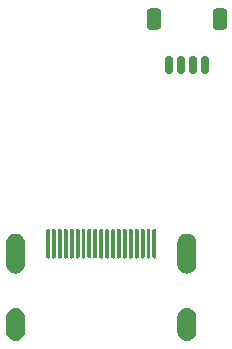
<source format=gbr>
%TF.GenerationSoftware,KiCad,Pcbnew,(6.0.6)*%
%TF.CreationDate,2022-06-22T16:29:19-06:00*%
%TF.ProjectId,15Pin_Fanout _Diodes__Heater,31355069-6e5f-4466-916e-6f7574205f44,rev?*%
%TF.SameCoordinates,Original*%
%TF.FileFunction,Paste,Top*%
%TF.FilePolarity,Positive*%
%FSLAX46Y46*%
G04 Gerber Fmt 4.6, Leading zero omitted, Abs format (unit mm)*
G04 Created by KiCad (PCBNEW (6.0.6)) date 2022-06-22 16:29:19*
%MOMM*%
%LPD*%
G01*
G04 APERTURE LIST*
G04 Aperture macros list*
%AMRoundRect*
0 Rectangle with rounded corners*
0 $1 Rounding radius*
0 $2 $3 $4 $5 $6 $7 $8 $9 X,Y pos of 4 corners*
0 Add a 4 corners polygon primitive as box body*
4,1,4,$2,$3,$4,$5,$6,$7,$8,$9,$2,$3,0*
0 Add four circle primitives for the rounded corners*
1,1,$1+$1,$2,$3*
1,1,$1+$1,$4,$5*
1,1,$1+$1,$6,$7*
1,1,$1+$1,$8,$9*
0 Add four rect primitives between the rounded corners*
20,1,$1+$1,$2,$3,$4,$5,0*
20,1,$1+$1,$4,$5,$6,$7,0*
20,1,$1+$1,$6,$7,$8,$9,0*
20,1,$1+$1,$8,$9,$2,$3,0*%
G04 Aperture macros list end*
%ADD10C,0.120000*%
%ADD11O,0.250000X2.400000*%
%ADD12RoundRect,0.150000X0.150000X0.625000X-0.150000X0.625000X-0.150000X-0.625000X0.150000X-0.625000X0*%
%ADD13RoundRect,0.250000X0.350000X0.650000X-0.350000X0.650000X-0.350000X-0.650000X0.350000X-0.650000X0*%
G04 APERTURE END LIST*
%TO.C,J1*%
G36*
X-474000Y4592000D02*
G01*
X-451000Y4584000D01*
X-429000Y4572000D01*
X-410000Y4557000D01*
X-395000Y4537000D01*
X-384000Y4516000D01*
X-377000Y4492000D01*
X-375000Y4471000D01*
X-375000Y2321000D01*
X-378000Y2297000D01*
X-385000Y2274000D01*
X-397000Y2252000D01*
X-413000Y2233000D01*
X-432000Y2218000D01*
X-454000Y2207000D01*
X-477000Y2200000D01*
X-502000Y2198000D01*
X-526000Y2201000D01*
X-550000Y2208000D01*
X-571000Y2220000D01*
X-590000Y2236000D01*
X-605000Y2255000D01*
X-616000Y2277000D01*
X-623000Y2300000D01*
X-625000Y2321000D01*
X-625000Y4471000D01*
X-622000Y4496000D01*
X-615000Y4519000D01*
X-603000Y4540000D01*
X-587000Y4559000D01*
X-568000Y4574000D01*
X-546000Y4586000D01*
X-523000Y4592000D01*
X-498000Y4594000D01*
X-474000Y4592000D01*
G37*
D10*
X-474000Y4592000D02*
X-451000Y4584000D01*
X-429000Y4572000D01*
X-410000Y4557000D01*
X-395000Y4537000D01*
X-384000Y4516000D01*
X-377000Y4492000D01*
X-375000Y4471000D01*
X-375000Y2321000D01*
X-378000Y2297000D01*
X-385000Y2274000D01*
X-397000Y2252000D01*
X-413000Y2233000D01*
X-432000Y2218000D01*
X-454000Y2207000D01*
X-477000Y2200000D01*
X-502000Y2198000D01*
X-526000Y2201000D01*
X-550000Y2208000D01*
X-571000Y2220000D01*
X-590000Y2236000D01*
X-605000Y2255000D01*
X-616000Y2277000D01*
X-623000Y2300000D01*
X-625000Y2321000D01*
X-625000Y4471000D01*
X-622000Y4496000D01*
X-615000Y4519000D01*
X-603000Y4540000D01*
X-587000Y4559000D01*
X-568000Y4574000D01*
X-546000Y4586000D01*
X-523000Y4592000D01*
X-498000Y4594000D01*
X-474000Y4592000D01*
G36*
X3025000Y4594000D02*
G01*
X3048000Y4587000D01*
X3070000Y4575000D01*
X3089000Y4560000D01*
X3105000Y4541000D01*
X3116000Y4519000D01*
X3123000Y4496000D01*
X3126000Y4471000D01*
X3126000Y2321000D01*
X3123000Y2297000D01*
X3116000Y2273000D01*
X3105000Y2252000D01*
X3089000Y2233000D01*
X3070000Y2217000D01*
X3048000Y2206000D01*
X3025000Y2199000D01*
X3001000Y2196000D01*
X2976000Y2199000D01*
X2953000Y2206000D01*
X2931000Y2217000D01*
X2912000Y2233000D01*
X2897000Y2252000D01*
X2885000Y2273000D01*
X2878000Y2297000D01*
X2876000Y2321000D01*
X2876000Y4471000D01*
X2878000Y4496000D01*
X2885000Y4519000D01*
X2897000Y4541000D01*
X2912000Y4560000D01*
X2931000Y4575000D01*
X2953000Y4587000D01*
X2976000Y4594000D01*
X3001000Y4596000D01*
X3025000Y4594000D01*
G37*
X3025000Y4594000D02*
X3048000Y4587000D01*
X3070000Y4575000D01*
X3089000Y4560000D01*
X3105000Y4541000D01*
X3116000Y4519000D01*
X3123000Y4496000D01*
X3126000Y4471000D01*
X3126000Y2321000D01*
X3123000Y2297000D01*
X3116000Y2273000D01*
X3105000Y2252000D01*
X3089000Y2233000D01*
X3070000Y2217000D01*
X3048000Y2206000D01*
X3025000Y2199000D01*
X3001000Y2196000D01*
X2976000Y2199000D01*
X2953000Y2206000D01*
X2931000Y2217000D01*
X2912000Y2233000D01*
X2897000Y2252000D01*
X2885000Y2273000D01*
X2878000Y2297000D01*
X2876000Y2321000D01*
X2876000Y4471000D01*
X2878000Y4496000D01*
X2885000Y4519000D01*
X2897000Y4541000D01*
X2912000Y4560000D01*
X2931000Y4575000D01*
X2953000Y4587000D01*
X2976000Y4594000D01*
X3001000Y4596000D01*
X3025000Y4594000D01*
G36*
X-1476000Y4594000D02*
G01*
X-1452000Y4587000D01*
X-1431000Y4575000D01*
X-1412000Y4560000D01*
X-1396000Y4541000D01*
X-1385000Y4519000D01*
X-1378000Y4496000D01*
X-1375000Y4471000D01*
X-1375000Y2321000D01*
X-1378000Y2297000D01*
X-1385000Y2273000D01*
X-1396000Y2252000D01*
X-1412000Y2233000D01*
X-1431000Y2217000D01*
X-1452000Y2206000D01*
X-1476000Y2199000D01*
X-1500000Y2196000D01*
X-1525000Y2199000D01*
X-1548000Y2206000D01*
X-1570000Y2217000D01*
X-1589000Y2233000D01*
X-1604000Y2252000D01*
X-1616000Y2273000D01*
X-1623000Y2297000D01*
X-1625000Y2321000D01*
X-1625000Y4471000D01*
X-1623000Y4496000D01*
X-1616000Y4519000D01*
X-1604000Y4541000D01*
X-1589000Y4560000D01*
X-1570000Y4575000D01*
X-1548000Y4587000D01*
X-1525000Y4594000D01*
X-1500000Y4596000D01*
X-1476000Y4594000D01*
G37*
X-1476000Y4594000D02*
X-1452000Y4587000D01*
X-1431000Y4575000D01*
X-1412000Y4560000D01*
X-1396000Y4541000D01*
X-1385000Y4519000D01*
X-1378000Y4496000D01*
X-1375000Y4471000D01*
X-1375000Y2321000D01*
X-1378000Y2297000D01*
X-1385000Y2273000D01*
X-1396000Y2252000D01*
X-1412000Y2233000D01*
X-1431000Y2217000D01*
X-1452000Y2206000D01*
X-1476000Y2199000D01*
X-1500000Y2196000D01*
X-1525000Y2199000D01*
X-1548000Y2206000D01*
X-1570000Y2217000D01*
X-1589000Y2233000D01*
X-1604000Y2252000D01*
X-1616000Y2273000D01*
X-1623000Y2297000D01*
X-1625000Y2321000D01*
X-1625000Y4471000D01*
X-1623000Y4496000D01*
X-1616000Y4519000D01*
X-1604000Y4541000D01*
X-1589000Y4560000D01*
X-1570000Y4575000D01*
X-1548000Y4587000D01*
X-1525000Y4594000D01*
X-1500000Y4596000D01*
X-1476000Y4594000D01*
G36*
X-3476000Y4594000D02*
G01*
X-3453000Y4587000D01*
X-3431000Y4575000D01*
X-3412000Y4560000D01*
X-3397000Y4541000D01*
X-3385000Y4519000D01*
X-3378000Y4496000D01*
X-3376000Y4471000D01*
X-3376000Y2321000D01*
X-3378000Y2297000D01*
X-3385000Y2273000D01*
X-3397000Y2252000D01*
X-3412000Y2233000D01*
X-3431000Y2217000D01*
X-3453000Y2206000D01*
X-3476000Y2199000D01*
X-3501000Y2196000D01*
X-3525000Y2199000D01*
X-3549000Y2206000D01*
X-3570000Y2217000D01*
X-3589000Y2233000D01*
X-3605000Y2252000D01*
X-3616000Y2273000D01*
X-3623000Y2297000D01*
X-3626000Y2321000D01*
X-3626000Y4471000D01*
X-3623000Y4496000D01*
X-3616000Y4519000D01*
X-3605000Y4541000D01*
X-3589000Y4560000D01*
X-3570000Y4575000D01*
X-3549000Y4587000D01*
X-3525000Y4594000D01*
X-3501000Y4596000D01*
X-3476000Y4594000D01*
G37*
X-3476000Y4594000D02*
X-3453000Y4587000D01*
X-3431000Y4575000D01*
X-3412000Y4560000D01*
X-3397000Y4541000D01*
X-3385000Y4519000D01*
X-3378000Y4496000D01*
X-3376000Y4471000D01*
X-3376000Y2321000D01*
X-3378000Y2297000D01*
X-3385000Y2273000D01*
X-3397000Y2252000D01*
X-3412000Y2233000D01*
X-3431000Y2217000D01*
X-3453000Y2206000D01*
X-3476000Y2199000D01*
X-3501000Y2196000D01*
X-3525000Y2199000D01*
X-3549000Y2206000D01*
X-3570000Y2217000D01*
X-3589000Y2233000D01*
X-3605000Y2252000D01*
X-3616000Y2273000D01*
X-3623000Y2297000D01*
X-3626000Y2321000D01*
X-3626000Y4471000D01*
X-3623000Y4496000D01*
X-3616000Y4519000D01*
X-3605000Y4541000D01*
X-3589000Y4560000D01*
X-3570000Y4575000D01*
X-3549000Y4587000D01*
X-3525000Y4594000D01*
X-3501000Y4596000D01*
X-3476000Y4594000D01*
G36*
X2025000Y4594000D02*
G01*
X2048000Y4587000D01*
X2070000Y4575000D01*
X2089000Y4560000D01*
X2104000Y4541000D01*
X2116000Y4519000D01*
X2123000Y4496000D01*
X2125000Y4471000D01*
X2125000Y2321000D01*
X2123000Y2297000D01*
X2116000Y2273000D01*
X2104000Y2252000D01*
X2089000Y2233000D01*
X2070000Y2217000D01*
X2048000Y2206000D01*
X2025000Y2199000D01*
X2000000Y2196000D01*
X1976000Y2199000D01*
X1953000Y2206000D01*
X1931000Y2217000D01*
X1912000Y2233000D01*
X1896000Y2252000D01*
X1885000Y2273000D01*
X1878000Y2297000D01*
X1875000Y2321000D01*
X1875000Y4471000D01*
X1878000Y4496000D01*
X1885000Y4519000D01*
X1896000Y4541000D01*
X1912000Y4560000D01*
X1931000Y4575000D01*
X1953000Y4587000D01*
X1976000Y4594000D01*
X2000000Y4596000D01*
X2025000Y4594000D01*
G37*
X2025000Y4594000D02*
X2048000Y4587000D01*
X2070000Y4575000D01*
X2089000Y4560000D01*
X2104000Y4541000D01*
X2116000Y4519000D01*
X2123000Y4496000D01*
X2125000Y4471000D01*
X2125000Y2321000D01*
X2123000Y2297000D01*
X2116000Y2273000D01*
X2104000Y2252000D01*
X2089000Y2233000D01*
X2070000Y2217000D01*
X2048000Y2206000D01*
X2025000Y2199000D01*
X2000000Y2196000D01*
X1976000Y2199000D01*
X1953000Y2206000D01*
X1931000Y2217000D01*
X1912000Y2233000D01*
X1896000Y2252000D01*
X1885000Y2273000D01*
X1878000Y2297000D01*
X1875000Y2321000D01*
X1875000Y4471000D01*
X1878000Y4496000D01*
X1885000Y4519000D01*
X1896000Y4541000D01*
X1912000Y4560000D01*
X1931000Y4575000D01*
X1953000Y4587000D01*
X1976000Y4594000D01*
X2000000Y4596000D01*
X2025000Y4594000D01*
G36*
X-4477000Y4594000D02*
G01*
X-4453000Y4587000D01*
X-4431000Y4575000D01*
X-4413000Y4560000D01*
X-4397000Y4541000D01*
X-4385000Y4519000D01*
X-4378000Y4496000D01*
X-4376000Y4471000D01*
X-4376000Y2321000D01*
X-4378000Y2297000D01*
X-4385000Y2273000D01*
X-4397000Y2252000D01*
X-4413000Y2233000D01*
X-4431000Y2217000D01*
X-4453000Y2206000D01*
X-4477000Y2199000D01*
X-4501000Y2196000D01*
X-4525000Y2199000D01*
X-4549000Y2206000D01*
X-4570000Y2217000D01*
X-4589000Y2233000D01*
X-4605000Y2252000D01*
X-4616000Y2273000D01*
X-4624000Y2297000D01*
X-4626000Y2321000D01*
X-4626000Y4471000D01*
X-4624000Y4496000D01*
X-4616000Y4519000D01*
X-4605000Y4541000D01*
X-4589000Y4560000D01*
X-4570000Y4575000D01*
X-4549000Y4587000D01*
X-4525000Y4594000D01*
X-4501000Y4596000D01*
X-4477000Y4594000D01*
G37*
X-4477000Y4594000D02*
X-4453000Y4587000D01*
X-4431000Y4575000D01*
X-4413000Y4560000D01*
X-4397000Y4541000D01*
X-4385000Y4519000D01*
X-4378000Y4496000D01*
X-4376000Y4471000D01*
X-4376000Y2321000D01*
X-4378000Y2297000D01*
X-4385000Y2273000D01*
X-4397000Y2252000D01*
X-4413000Y2233000D01*
X-4431000Y2217000D01*
X-4453000Y2206000D01*
X-4477000Y2199000D01*
X-4501000Y2196000D01*
X-4525000Y2199000D01*
X-4549000Y2206000D01*
X-4570000Y2217000D01*
X-4589000Y2233000D01*
X-4605000Y2252000D01*
X-4616000Y2273000D01*
X-4624000Y2297000D01*
X-4626000Y2321000D01*
X-4626000Y4471000D01*
X-4624000Y4496000D01*
X-4616000Y4519000D01*
X-4605000Y4541000D01*
X-4589000Y4560000D01*
X-4570000Y4575000D01*
X-4549000Y4587000D01*
X-4525000Y4594000D01*
X-4501000Y4596000D01*
X-4477000Y4594000D01*
G36*
X-1976000Y4594000D02*
G01*
X-1953000Y4587000D01*
X-1931000Y4575000D01*
X-1912000Y4560000D01*
X-1896000Y4541000D01*
X-1885000Y4519000D01*
X-1878000Y4496000D01*
X-1875000Y4471000D01*
X-1875000Y2321000D01*
X-1878000Y2297000D01*
X-1885000Y2273000D01*
X-1896000Y2252000D01*
X-1912000Y2233000D01*
X-1931000Y2217000D01*
X-1953000Y2206000D01*
X-1976000Y2199000D01*
X-2000000Y2196000D01*
X-2025000Y2199000D01*
X-2048000Y2206000D01*
X-2070000Y2217000D01*
X-2089000Y2233000D01*
X-2104000Y2252000D01*
X-2116000Y2273000D01*
X-2123000Y2297000D01*
X-2125000Y2321000D01*
X-2125000Y4471000D01*
X-2123000Y4496000D01*
X-2116000Y4519000D01*
X-2104000Y4541000D01*
X-2089000Y4560000D01*
X-2070000Y4575000D01*
X-2048000Y4587000D01*
X-2025000Y4594000D01*
X-2000000Y4596000D01*
X-1976000Y4594000D01*
G37*
X-1976000Y4594000D02*
X-1953000Y4587000D01*
X-1931000Y4575000D01*
X-1912000Y4560000D01*
X-1896000Y4541000D01*
X-1885000Y4519000D01*
X-1878000Y4496000D01*
X-1875000Y4471000D01*
X-1875000Y2321000D01*
X-1878000Y2297000D01*
X-1885000Y2273000D01*
X-1896000Y2252000D01*
X-1912000Y2233000D01*
X-1931000Y2217000D01*
X-1953000Y2206000D01*
X-1976000Y2199000D01*
X-2000000Y2196000D01*
X-2025000Y2199000D01*
X-2048000Y2206000D01*
X-2070000Y2217000D01*
X-2089000Y2233000D01*
X-2104000Y2252000D01*
X-2116000Y2273000D01*
X-2123000Y2297000D01*
X-2125000Y2321000D01*
X-2125000Y4471000D01*
X-2123000Y4496000D01*
X-2116000Y4519000D01*
X-2104000Y4541000D01*
X-2089000Y4560000D01*
X-2070000Y4575000D01*
X-2048000Y4587000D01*
X-2025000Y4594000D01*
X-2000000Y4596000D01*
X-1976000Y4594000D01*
G36*
X1025000Y4594000D02*
G01*
X1048000Y4587000D01*
X1070000Y4575000D01*
X1089000Y4560000D01*
X1104000Y4541000D01*
X1116000Y4519000D01*
X1123000Y4496000D01*
X1125000Y4471000D01*
X1125000Y2321000D01*
X1123000Y2297000D01*
X1116000Y2273000D01*
X1104000Y2252000D01*
X1089000Y2233000D01*
X1070000Y2217000D01*
X1048000Y2206000D01*
X1025000Y2199000D01*
X1000000Y2196000D01*
X976000Y2199000D01*
X952000Y2206000D01*
X931000Y2217000D01*
X912000Y2233000D01*
X896000Y2252000D01*
X885000Y2273000D01*
X878000Y2297000D01*
X875000Y2321000D01*
X875000Y4471000D01*
X878000Y4496000D01*
X885000Y4519000D01*
X896000Y4541000D01*
X912000Y4560000D01*
X931000Y4575000D01*
X952000Y4587000D01*
X976000Y4594000D01*
X1000000Y4596000D01*
X1025000Y4594000D01*
G37*
X1025000Y4594000D02*
X1048000Y4587000D01*
X1070000Y4575000D01*
X1089000Y4560000D01*
X1104000Y4541000D01*
X1116000Y4519000D01*
X1123000Y4496000D01*
X1125000Y4471000D01*
X1125000Y2321000D01*
X1123000Y2297000D01*
X1116000Y2273000D01*
X1104000Y2252000D01*
X1089000Y2233000D01*
X1070000Y2217000D01*
X1048000Y2206000D01*
X1025000Y2199000D01*
X1000000Y2196000D01*
X976000Y2199000D01*
X952000Y2206000D01*
X931000Y2217000D01*
X912000Y2233000D01*
X896000Y2252000D01*
X885000Y2273000D01*
X878000Y2297000D01*
X875000Y2321000D01*
X875000Y4471000D01*
X878000Y4496000D01*
X885000Y4519000D01*
X896000Y4541000D01*
X912000Y4560000D01*
X931000Y4575000D01*
X952000Y4587000D01*
X976000Y4594000D01*
X1000000Y4596000D01*
X1025000Y4594000D01*
G36*
X-3976000Y4594000D02*
G01*
X-3953000Y4587000D01*
X-3931000Y4575000D01*
X-3912000Y4560000D01*
X-3897000Y4541000D01*
X-3885000Y4519000D01*
X-3878000Y4496000D01*
X-3876000Y4471000D01*
X-3876000Y2321000D01*
X-3878000Y2297000D01*
X-3885000Y2273000D01*
X-3897000Y2252000D01*
X-3912000Y2233000D01*
X-3931000Y2217000D01*
X-3953000Y2206000D01*
X-3976000Y2199000D01*
X-4001000Y2196000D01*
X-4025000Y2199000D01*
X-4049000Y2206000D01*
X-4070000Y2217000D01*
X-4089000Y2233000D01*
X-4105000Y2252000D01*
X-4116000Y2273000D01*
X-4123000Y2297000D01*
X-4126000Y2321000D01*
X-4126000Y4471000D01*
X-4123000Y4496000D01*
X-4116000Y4519000D01*
X-4105000Y4541000D01*
X-4089000Y4560000D01*
X-4070000Y4575000D01*
X-4049000Y4587000D01*
X-4025000Y4594000D01*
X-4001000Y4596000D01*
X-3976000Y4594000D01*
G37*
X-3976000Y4594000D02*
X-3953000Y4587000D01*
X-3931000Y4575000D01*
X-3912000Y4560000D01*
X-3897000Y4541000D01*
X-3885000Y4519000D01*
X-3878000Y4496000D01*
X-3876000Y4471000D01*
X-3876000Y2321000D01*
X-3878000Y2297000D01*
X-3885000Y2273000D01*
X-3897000Y2252000D01*
X-3912000Y2233000D01*
X-3931000Y2217000D01*
X-3953000Y2206000D01*
X-3976000Y2199000D01*
X-4001000Y2196000D01*
X-4025000Y2199000D01*
X-4049000Y2206000D01*
X-4070000Y2217000D01*
X-4089000Y2233000D01*
X-4105000Y2252000D01*
X-4116000Y2273000D01*
X-4123000Y2297000D01*
X-4126000Y2321000D01*
X-4126000Y4471000D01*
X-4123000Y4496000D01*
X-4116000Y4519000D01*
X-4105000Y4541000D01*
X-4089000Y4560000D01*
X-4070000Y4575000D01*
X-4049000Y4587000D01*
X-4025000Y4594000D01*
X-4001000Y4596000D01*
X-3976000Y4594000D01*
G36*
X-974000Y4592000D02*
G01*
X-951000Y4584000D01*
X-929000Y4572000D01*
X-911000Y4557000D01*
X-895000Y4537000D01*
X-884000Y4516000D01*
X-877000Y4492000D01*
X-875000Y4471000D01*
X-875000Y2321000D01*
X-878000Y2297000D01*
X-885000Y2274000D01*
X-897000Y2252000D01*
X-913000Y2233000D01*
X-932000Y2218000D01*
X-954000Y2207000D01*
X-978000Y2200000D01*
X-1002000Y2198000D01*
X-1026000Y2201000D01*
X-1050000Y2208000D01*
X-1071000Y2220000D01*
X-1090000Y2236000D01*
X-1105000Y2255000D01*
X-1116000Y2277000D01*
X-1123000Y2300000D01*
X-1125000Y2321000D01*
X-1125000Y4471000D01*
X-1122000Y4496000D01*
X-1115000Y4519000D01*
X-1103000Y4540000D01*
X-1087000Y4559000D01*
X-1068000Y4574000D01*
X-1046000Y4586000D01*
X-1023000Y4592000D01*
X-998000Y4594000D01*
X-974000Y4592000D01*
G37*
X-974000Y4592000D02*
X-951000Y4584000D01*
X-929000Y4572000D01*
X-911000Y4557000D01*
X-895000Y4537000D01*
X-884000Y4516000D01*
X-877000Y4492000D01*
X-875000Y4471000D01*
X-875000Y2321000D01*
X-878000Y2297000D01*
X-885000Y2274000D01*
X-897000Y2252000D01*
X-913000Y2233000D01*
X-932000Y2218000D01*
X-954000Y2207000D01*
X-978000Y2200000D01*
X-1002000Y2198000D01*
X-1026000Y2201000D01*
X-1050000Y2208000D01*
X-1071000Y2220000D01*
X-1090000Y2236000D01*
X-1105000Y2255000D01*
X-1116000Y2277000D01*
X-1123000Y2300000D01*
X-1125000Y2321000D01*
X-1125000Y4471000D01*
X-1122000Y4496000D01*
X-1115000Y4519000D01*
X-1103000Y4540000D01*
X-1087000Y4559000D01*
X-1068000Y4574000D01*
X-1046000Y4586000D01*
X-1023000Y4592000D01*
X-998000Y4594000D01*
X-974000Y4592000D01*
G36*
X-2476000Y4594000D02*
G01*
X-2453000Y4587000D01*
X-2431000Y4575000D01*
X-2412000Y4560000D01*
X-2397000Y4541000D01*
X-2385000Y4519000D01*
X-2378000Y4496000D01*
X-2375000Y4471000D01*
X-2375000Y2321000D01*
X-2378000Y2297000D01*
X-2385000Y2273000D01*
X-2397000Y2252000D01*
X-2412000Y2233000D01*
X-2431000Y2217000D01*
X-2453000Y2206000D01*
X-2476000Y2199000D01*
X-2500000Y2196000D01*
X-2525000Y2199000D01*
X-2548000Y2206000D01*
X-2570000Y2217000D01*
X-2589000Y2233000D01*
X-2604000Y2252000D01*
X-2616000Y2273000D01*
X-2623000Y2297000D01*
X-2625000Y2321000D01*
X-2625000Y4471000D01*
X-2623000Y4496000D01*
X-2616000Y4519000D01*
X-2604000Y4541000D01*
X-2589000Y4560000D01*
X-2570000Y4575000D01*
X-2548000Y4587000D01*
X-2525000Y4594000D01*
X-2500000Y4596000D01*
X-2476000Y4594000D01*
G37*
X-2476000Y4594000D02*
X-2453000Y4587000D01*
X-2431000Y4575000D01*
X-2412000Y4560000D01*
X-2397000Y4541000D01*
X-2385000Y4519000D01*
X-2378000Y4496000D01*
X-2375000Y4471000D01*
X-2375000Y2321000D01*
X-2378000Y2297000D01*
X-2385000Y2273000D01*
X-2397000Y2252000D01*
X-2412000Y2233000D01*
X-2431000Y2217000D01*
X-2453000Y2206000D01*
X-2476000Y2199000D01*
X-2500000Y2196000D01*
X-2525000Y2199000D01*
X-2548000Y2206000D01*
X-2570000Y2217000D01*
X-2589000Y2233000D01*
X-2604000Y2252000D01*
X-2616000Y2273000D01*
X-2623000Y2297000D01*
X-2625000Y2321000D01*
X-2625000Y4471000D01*
X-2623000Y4496000D01*
X-2616000Y4519000D01*
X-2604000Y4541000D01*
X-2589000Y4560000D01*
X-2570000Y4575000D01*
X-2548000Y4587000D01*
X-2525000Y4594000D01*
X-2500000Y4596000D01*
X-2476000Y4594000D01*
G36*
X4525000Y4594000D02*
G01*
X4549000Y4587000D01*
X4570000Y4575000D01*
X4589000Y4560000D01*
X4605000Y4541000D01*
X4616000Y4519000D01*
X4624000Y4496000D01*
X4626000Y4471000D01*
X4626000Y2321000D01*
X4624000Y2297000D01*
X4616000Y2273000D01*
X4605000Y2252000D01*
X4589000Y2233000D01*
X4570000Y2217000D01*
X4549000Y2206000D01*
X4525000Y2199000D01*
X4501000Y2196000D01*
X4477000Y2199000D01*
X4453000Y2206000D01*
X4431000Y2217000D01*
X4413000Y2233000D01*
X4397000Y2252000D01*
X4385000Y2273000D01*
X4378000Y2297000D01*
X4376000Y2321000D01*
X4376000Y4471000D01*
X4378000Y4496000D01*
X4385000Y4519000D01*
X4397000Y4541000D01*
X4413000Y4560000D01*
X4431000Y4575000D01*
X4453000Y4587000D01*
X4477000Y4594000D01*
X4501000Y4596000D01*
X4525000Y4594000D01*
G37*
X4525000Y4594000D02*
X4549000Y4587000D01*
X4570000Y4575000D01*
X4589000Y4560000D01*
X4605000Y4541000D01*
X4616000Y4519000D01*
X4624000Y4496000D01*
X4626000Y4471000D01*
X4626000Y2321000D01*
X4624000Y2297000D01*
X4616000Y2273000D01*
X4605000Y2252000D01*
X4589000Y2233000D01*
X4570000Y2217000D01*
X4549000Y2206000D01*
X4525000Y2199000D01*
X4501000Y2196000D01*
X4477000Y2199000D01*
X4453000Y2206000D01*
X4431000Y2217000D01*
X4413000Y2233000D01*
X4397000Y2252000D01*
X4385000Y2273000D01*
X4378000Y2297000D01*
X4376000Y2321000D01*
X4376000Y4471000D01*
X4378000Y4496000D01*
X4385000Y4519000D01*
X4397000Y4541000D01*
X4413000Y4560000D01*
X4431000Y4575000D01*
X4453000Y4587000D01*
X4477000Y4594000D01*
X4501000Y4596000D01*
X4525000Y4594000D01*
G36*
X7396000Y-2100000D02*
G01*
X7536000Y-2143000D01*
X7666000Y-2212000D01*
X7780000Y-2305000D01*
X7873000Y-2419000D01*
X7942000Y-2549000D01*
X7985000Y-2689000D01*
X7999000Y-2836000D01*
X7999000Y-4036000D01*
X7985000Y-4182000D01*
X7942000Y-4323000D01*
X7873000Y-4452000D01*
X7780000Y-4566000D01*
X7666000Y-4659000D01*
X7536000Y-4729000D01*
X7396000Y-4771000D01*
X7249000Y-4786000D01*
X7103000Y-4771000D01*
X6962000Y-4729000D01*
X6833000Y-4659000D01*
X6719000Y-4566000D01*
X6626000Y-4452000D01*
X6556000Y-4323000D01*
X6514000Y-4182000D01*
X6499000Y-4036000D01*
X6499000Y-2836000D01*
X6514000Y-2689000D01*
X6556000Y-2549000D01*
X6626000Y-2419000D01*
X6719000Y-2305000D01*
X6833000Y-2212000D01*
X6962000Y-2143000D01*
X7103000Y-2100000D01*
X7249000Y-2086000D01*
X7396000Y-2100000D01*
G37*
X7396000Y-2100000D02*
X7536000Y-2143000D01*
X7666000Y-2212000D01*
X7780000Y-2305000D01*
X7873000Y-2419000D01*
X7942000Y-2549000D01*
X7985000Y-2689000D01*
X7999000Y-2836000D01*
X7999000Y-4036000D01*
X7985000Y-4182000D01*
X7942000Y-4323000D01*
X7873000Y-4452000D01*
X7780000Y-4566000D01*
X7666000Y-4659000D01*
X7536000Y-4729000D01*
X7396000Y-4771000D01*
X7249000Y-4786000D01*
X7103000Y-4771000D01*
X6962000Y-4729000D01*
X6833000Y-4659000D01*
X6719000Y-4566000D01*
X6626000Y-4452000D01*
X6556000Y-4323000D01*
X6514000Y-4182000D01*
X6499000Y-4036000D01*
X6499000Y-2836000D01*
X6514000Y-2689000D01*
X6556000Y-2549000D01*
X6626000Y-2419000D01*
X6719000Y-2305000D01*
X6833000Y-2212000D01*
X6962000Y-2143000D01*
X7103000Y-2100000D01*
X7249000Y-2086000D01*
X7396000Y-2100000D01*
G36*
X-7103000Y4199000D02*
G01*
X-6962000Y4157000D01*
X-6832000Y4087000D01*
X-6719000Y3994000D01*
X-6626000Y3880000D01*
X-6556000Y3751000D01*
X-6514000Y3610000D01*
X-6499000Y3464000D01*
X-6499000Y1664000D01*
X-6514000Y1517000D01*
X-6556000Y1377000D01*
X-6626000Y1247000D01*
X-6719000Y1133000D01*
X-6832000Y1040000D01*
X-6962000Y971000D01*
X-7103000Y928000D01*
X-7249000Y914000D01*
X-7395000Y928000D01*
X-7536000Y971000D01*
X-7666000Y1040000D01*
X-7779000Y1133000D01*
X-7873000Y1247000D01*
X-7942000Y1377000D01*
X-7985000Y1517000D01*
X-7999000Y1664000D01*
X-7999000Y3464000D01*
X-7985000Y3610000D01*
X-7942000Y3751000D01*
X-7873000Y3880000D01*
X-7779000Y3994000D01*
X-7666000Y4087000D01*
X-7536000Y4157000D01*
X-7395000Y4199000D01*
X-7249000Y4214000D01*
X-7103000Y4199000D01*
G37*
X-7103000Y4199000D02*
X-6962000Y4157000D01*
X-6832000Y4087000D01*
X-6719000Y3994000D01*
X-6626000Y3880000D01*
X-6556000Y3751000D01*
X-6514000Y3610000D01*
X-6499000Y3464000D01*
X-6499000Y1664000D01*
X-6514000Y1517000D01*
X-6556000Y1377000D01*
X-6626000Y1247000D01*
X-6719000Y1133000D01*
X-6832000Y1040000D01*
X-6962000Y971000D01*
X-7103000Y928000D01*
X-7249000Y914000D01*
X-7395000Y928000D01*
X-7536000Y971000D01*
X-7666000Y1040000D01*
X-7779000Y1133000D01*
X-7873000Y1247000D01*
X-7942000Y1377000D01*
X-7985000Y1517000D01*
X-7999000Y1664000D01*
X-7999000Y3464000D01*
X-7985000Y3610000D01*
X-7942000Y3751000D01*
X-7873000Y3880000D01*
X-7779000Y3994000D01*
X-7666000Y4087000D01*
X-7536000Y4157000D01*
X-7395000Y4199000D01*
X-7249000Y4214000D01*
X-7103000Y4199000D01*
G36*
X2525000Y4594000D02*
G01*
X2548000Y4587000D01*
X2570000Y4575000D01*
X2589000Y4560000D01*
X2604000Y4541000D01*
X2616000Y4519000D01*
X2623000Y4496000D01*
X2625000Y4471000D01*
X2625000Y2321000D01*
X2623000Y2297000D01*
X2616000Y2273000D01*
X2604000Y2252000D01*
X2589000Y2233000D01*
X2570000Y2217000D01*
X2548000Y2206000D01*
X2525000Y2199000D01*
X2500000Y2196000D01*
X2476000Y2199000D01*
X2453000Y2206000D01*
X2431000Y2217000D01*
X2412000Y2233000D01*
X2397000Y2252000D01*
X2385000Y2273000D01*
X2378000Y2297000D01*
X2375000Y2321000D01*
X2375000Y4471000D01*
X2378000Y4496000D01*
X2385000Y4519000D01*
X2397000Y4541000D01*
X2412000Y4560000D01*
X2431000Y4575000D01*
X2453000Y4587000D01*
X2476000Y4594000D01*
X2500000Y4596000D01*
X2525000Y4594000D01*
G37*
X2525000Y4594000D02*
X2548000Y4587000D01*
X2570000Y4575000D01*
X2589000Y4560000D01*
X2604000Y4541000D01*
X2616000Y4519000D01*
X2623000Y4496000D01*
X2625000Y4471000D01*
X2625000Y2321000D01*
X2623000Y2297000D01*
X2616000Y2273000D01*
X2604000Y2252000D01*
X2589000Y2233000D01*
X2570000Y2217000D01*
X2548000Y2206000D01*
X2525000Y2199000D01*
X2500000Y2196000D01*
X2476000Y2199000D01*
X2453000Y2206000D01*
X2431000Y2217000D01*
X2412000Y2233000D01*
X2397000Y2252000D01*
X2385000Y2273000D01*
X2378000Y2297000D01*
X2375000Y2321000D01*
X2375000Y4471000D01*
X2378000Y4496000D01*
X2385000Y4519000D01*
X2397000Y4541000D01*
X2412000Y4560000D01*
X2431000Y4575000D01*
X2453000Y4587000D01*
X2476000Y4594000D01*
X2500000Y4596000D01*
X2525000Y4594000D01*
G36*
X-2976000Y4594000D02*
G01*
X-2953000Y4587000D01*
X-2931000Y4575000D01*
X-2912000Y4560000D01*
X-2897000Y4541000D01*
X-2885000Y4519000D01*
X-2878000Y4496000D01*
X-2876000Y4471000D01*
X-2876000Y2321000D01*
X-2878000Y2297000D01*
X-2885000Y2273000D01*
X-2897000Y2252000D01*
X-2912000Y2233000D01*
X-2931000Y2217000D01*
X-2953000Y2206000D01*
X-2976000Y2199000D01*
X-3001000Y2196000D01*
X-3025000Y2199000D01*
X-3048000Y2206000D01*
X-3070000Y2217000D01*
X-3089000Y2233000D01*
X-3105000Y2252000D01*
X-3116000Y2273000D01*
X-3123000Y2297000D01*
X-3126000Y2321000D01*
X-3126000Y4471000D01*
X-3123000Y4496000D01*
X-3116000Y4519000D01*
X-3105000Y4541000D01*
X-3089000Y4560000D01*
X-3070000Y4575000D01*
X-3048000Y4587000D01*
X-3025000Y4594000D01*
X-3001000Y4596000D01*
X-2976000Y4594000D01*
G37*
X-2976000Y4594000D02*
X-2953000Y4587000D01*
X-2931000Y4575000D01*
X-2912000Y4560000D01*
X-2897000Y4541000D01*
X-2885000Y4519000D01*
X-2878000Y4496000D01*
X-2876000Y4471000D01*
X-2876000Y2321000D01*
X-2878000Y2297000D01*
X-2885000Y2273000D01*
X-2897000Y2252000D01*
X-2912000Y2233000D01*
X-2931000Y2217000D01*
X-2953000Y2206000D01*
X-2976000Y2199000D01*
X-3001000Y2196000D01*
X-3025000Y2199000D01*
X-3048000Y2206000D01*
X-3070000Y2217000D01*
X-3089000Y2233000D01*
X-3105000Y2252000D01*
X-3116000Y2273000D01*
X-3123000Y2297000D01*
X-3126000Y2321000D01*
X-3126000Y4471000D01*
X-3123000Y4496000D01*
X-3116000Y4519000D01*
X-3105000Y4541000D01*
X-3089000Y4560000D01*
X-3070000Y4575000D01*
X-3048000Y4587000D01*
X-3025000Y4594000D01*
X-3001000Y4596000D01*
X-2976000Y4594000D01*
G36*
X7396000Y4199000D02*
G01*
X7536000Y4157000D01*
X7666000Y4087000D01*
X7780000Y3994000D01*
X7873000Y3880000D01*
X7942000Y3751000D01*
X7985000Y3610000D01*
X7999000Y3464000D01*
X7999000Y1664000D01*
X7985000Y1517000D01*
X7942000Y1377000D01*
X7873000Y1247000D01*
X7780000Y1133000D01*
X7666000Y1040000D01*
X7536000Y971000D01*
X7396000Y928000D01*
X7249000Y914000D01*
X7103000Y928000D01*
X6962000Y971000D01*
X6833000Y1040000D01*
X6719000Y1133000D01*
X6626000Y1247000D01*
X6556000Y1377000D01*
X6514000Y1517000D01*
X6499000Y1664000D01*
X6499000Y3464000D01*
X6514000Y3610000D01*
X6556000Y3751000D01*
X6626000Y3880000D01*
X6719000Y3994000D01*
X6833000Y4087000D01*
X6962000Y4157000D01*
X7103000Y4199000D01*
X7249000Y4214000D01*
X7396000Y4199000D01*
G37*
X7396000Y4199000D02*
X7536000Y4157000D01*
X7666000Y4087000D01*
X7780000Y3994000D01*
X7873000Y3880000D01*
X7942000Y3751000D01*
X7985000Y3610000D01*
X7999000Y3464000D01*
X7999000Y1664000D01*
X7985000Y1517000D01*
X7942000Y1377000D01*
X7873000Y1247000D01*
X7780000Y1133000D01*
X7666000Y1040000D01*
X7536000Y971000D01*
X7396000Y928000D01*
X7249000Y914000D01*
X7103000Y928000D01*
X6962000Y971000D01*
X6833000Y1040000D01*
X6719000Y1133000D01*
X6626000Y1247000D01*
X6556000Y1377000D01*
X6514000Y1517000D01*
X6499000Y1664000D01*
X6499000Y3464000D01*
X6514000Y3610000D01*
X6556000Y3751000D01*
X6626000Y3880000D01*
X6719000Y3994000D01*
X6833000Y4087000D01*
X6962000Y4157000D01*
X7103000Y4199000D01*
X7249000Y4214000D01*
X7396000Y4199000D01*
G36*
X4025000Y4594000D02*
G01*
X4049000Y4587000D01*
X4070000Y4575000D01*
X4089000Y4560000D01*
X4105000Y4541000D01*
X4116000Y4519000D01*
X4123000Y4496000D01*
X4126000Y4471000D01*
X4126000Y2321000D01*
X4123000Y2297000D01*
X4116000Y2273000D01*
X4105000Y2252000D01*
X4089000Y2233000D01*
X4070000Y2217000D01*
X4049000Y2206000D01*
X4025000Y2199000D01*
X4001000Y2196000D01*
X3976000Y2199000D01*
X3953000Y2206000D01*
X3931000Y2217000D01*
X3912000Y2233000D01*
X3897000Y2252000D01*
X3885000Y2273000D01*
X3878000Y2297000D01*
X3876000Y2321000D01*
X3876000Y4471000D01*
X3878000Y4496000D01*
X3885000Y4519000D01*
X3897000Y4541000D01*
X3912000Y4560000D01*
X3931000Y4575000D01*
X3953000Y4587000D01*
X3976000Y4594000D01*
X4001000Y4596000D01*
X4025000Y4594000D01*
G37*
X4025000Y4594000D02*
X4049000Y4587000D01*
X4070000Y4575000D01*
X4089000Y4560000D01*
X4105000Y4541000D01*
X4116000Y4519000D01*
X4123000Y4496000D01*
X4126000Y4471000D01*
X4126000Y2321000D01*
X4123000Y2297000D01*
X4116000Y2273000D01*
X4105000Y2252000D01*
X4089000Y2233000D01*
X4070000Y2217000D01*
X4049000Y2206000D01*
X4025000Y2199000D01*
X4001000Y2196000D01*
X3976000Y2199000D01*
X3953000Y2206000D01*
X3931000Y2217000D01*
X3912000Y2233000D01*
X3897000Y2252000D01*
X3885000Y2273000D01*
X3878000Y2297000D01*
X3876000Y2321000D01*
X3876000Y4471000D01*
X3878000Y4496000D01*
X3885000Y4519000D01*
X3897000Y4541000D01*
X3912000Y4560000D01*
X3931000Y4575000D01*
X3953000Y4587000D01*
X3976000Y4594000D01*
X4001000Y4596000D01*
X4025000Y4594000D01*
G36*
X525000Y4594000D02*
G01*
X548000Y4587000D01*
X570000Y4575000D01*
X589000Y4560000D01*
X604000Y4541000D01*
X616000Y4519000D01*
X623000Y4496000D01*
X625000Y4471000D01*
X625000Y2321000D01*
X623000Y2297000D01*
X616000Y2273000D01*
X604000Y2252000D01*
X589000Y2233000D01*
X570000Y2217000D01*
X548000Y2206000D01*
X525000Y2199000D01*
X500000Y2196000D01*
X476000Y2199000D01*
X452000Y2206000D01*
X431000Y2217000D01*
X412000Y2233000D01*
X396000Y2252000D01*
X385000Y2273000D01*
X377000Y2297000D01*
X375000Y2321000D01*
X375000Y4471000D01*
X377000Y4496000D01*
X385000Y4519000D01*
X396000Y4541000D01*
X412000Y4560000D01*
X431000Y4575000D01*
X452000Y4587000D01*
X476000Y4594000D01*
X500000Y4596000D01*
X525000Y4594000D01*
G37*
X525000Y4594000D02*
X548000Y4587000D01*
X570000Y4575000D01*
X589000Y4560000D01*
X604000Y4541000D01*
X616000Y4519000D01*
X623000Y4496000D01*
X625000Y4471000D01*
X625000Y2321000D01*
X623000Y2297000D01*
X616000Y2273000D01*
X604000Y2252000D01*
X589000Y2233000D01*
X570000Y2217000D01*
X548000Y2206000D01*
X525000Y2199000D01*
X500000Y2196000D01*
X476000Y2199000D01*
X452000Y2206000D01*
X431000Y2217000D01*
X412000Y2233000D01*
X396000Y2252000D01*
X385000Y2273000D01*
X377000Y2297000D01*
X375000Y2321000D01*
X375000Y4471000D01*
X377000Y4496000D01*
X385000Y4519000D01*
X396000Y4541000D01*
X412000Y4560000D01*
X431000Y4575000D01*
X452000Y4587000D01*
X476000Y4594000D01*
X500000Y4596000D01*
X525000Y4594000D01*
G36*
X24000Y4594000D02*
G01*
X48000Y4587000D01*
X69000Y4575000D01*
X88000Y4560000D01*
X104000Y4541000D01*
X116000Y4519000D01*
X123000Y4496000D01*
X125000Y4471000D01*
X125000Y2321000D01*
X123000Y2297000D01*
X116000Y2273000D01*
X104000Y2252000D01*
X88000Y2233000D01*
X69000Y2217000D01*
X48000Y2206000D01*
X24000Y2199000D01*
X0Y2196000D01*
X-24000Y2199000D01*
X-48000Y2206000D01*
X-69000Y2217000D01*
X-88000Y2233000D01*
X-104000Y2252000D01*
X-116000Y2273000D01*
X-123000Y2297000D01*
X-125000Y2321000D01*
X-125000Y4471000D01*
X-123000Y4496000D01*
X-116000Y4519000D01*
X-104000Y4541000D01*
X-88000Y4560000D01*
X-69000Y4575000D01*
X-48000Y4587000D01*
X-24000Y4594000D01*
X0Y4596000D01*
X24000Y4594000D01*
G37*
X24000Y4594000D02*
X48000Y4587000D01*
X69000Y4575000D01*
X88000Y4560000D01*
X104000Y4541000D01*
X116000Y4519000D01*
X123000Y4496000D01*
X125000Y4471000D01*
X125000Y2321000D01*
X123000Y2297000D01*
X116000Y2273000D01*
X104000Y2252000D01*
X88000Y2233000D01*
X69000Y2217000D01*
X48000Y2206000D01*
X24000Y2199000D01*
X0Y2196000D01*
X-24000Y2199000D01*
X-48000Y2206000D01*
X-69000Y2217000D01*
X-88000Y2233000D01*
X-104000Y2252000D01*
X-116000Y2273000D01*
X-123000Y2297000D01*
X-125000Y2321000D01*
X-125000Y4471000D01*
X-123000Y4496000D01*
X-116000Y4519000D01*
X-104000Y4541000D01*
X-88000Y4560000D01*
X-69000Y4575000D01*
X-48000Y4587000D01*
X-24000Y4594000D01*
X0Y4596000D01*
X24000Y4594000D01*
G36*
X1525000Y4594000D02*
G01*
X1548000Y4587000D01*
X1570000Y4575000D01*
X1589000Y4560000D01*
X1604000Y4541000D01*
X1616000Y4519000D01*
X1623000Y4496000D01*
X1625000Y4471000D01*
X1625000Y2321000D01*
X1623000Y2297000D01*
X1616000Y2273000D01*
X1604000Y2252000D01*
X1589000Y2233000D01*
X1570000Y2217000D01*
X1548000Y2206000D01*
X1525000Y2199000D01*
X1500000Y2196000D01*
X1476000Y2199000D01*
X1452000Y2206000D01*
X1431000Y2217000D01*
X1412000Y2233000D01*
X1396000Y2252000D01*
X1385000Y2273000D01*
X1378000Y2297000D01*
X1375000Y2321000D01*
X1375000Y4471000D01*
X1378000Y4496000D01*
X1385000Y4519000D01*
X1396000Y4541000D01*
X1412000Y4560000D01*
X1431000Y4575000D01*
X1452000Y4587000D01*
X1476000Y4594000D01*
X1500000Y4596000D01*
X1525000Y4594000D01*
G37*
X1525000Y4594000D02*
X1548000Y4587000D01*
X1570000Y4575000D01*
X1589000Y4560000D01*
X1604000Y4541000D01*
X1616000Y4519000D01*
X1623000Y4496000D01*
X1625000Y4471000D01*
X1625000Y2321000D01*
X1623000Y2297000D01*
X1616000Y2273000D01*
X1604000Y2252000D01*
X1589000Y2233000D01*
X1570000Y2217000D01*
X1548000Y2206000D01*
X1525000Y2199000D01*
X1500000Y2196000D01*
X1476000Y2199000D01*
X1452000Y2206000D01*
X1431000Y2217000D01*
X1412000Y2233000D01*
X1396000Y2252000D01*
X1385000Y2273000D01*
X1378000Y2297000D01*
X1375000Y2321000D01*
X1375000Y4471000D01*
X1378000Y4496000D01*
X1385000Y4519000D01*
X1396000Y4541000D01*
X1412000Y4560000D01*
X1431000Y4575000D01*
X1452000Y4587000D01*
X1476000Y4594000D01*
X1500000Y4596000D01*
X1525000Y4594000D01*
G36*
X3525000Y4594000D02*
G01*
X3549000Y4587000D01*
X3570000Y4575000D01*
X3589000Y4560000D01*
X3605000Y4541000D01*
X3616000Y4519000D01*
X3623000Y4496000D01*
X3626000Y4471000D01*
X3626000Y2321000D01*
X3623000Y2297000D01*
X3616000Y2273000D01*
X3605000Y2252000D01*
X3589000Y2233000D01*
X3570000Y2217000D01*
X3549000Y2206000D01*
X3525000Y2199000D01*
X3501000Y2196000D01*
X3476000Y2199000D01*
X3453000Y2206000D01*
X3431000Y2217000D01*
X3412000Y2233000D01*
X3397000Y2252000D01*
X3385000Y2273000D01*
X3378000Y2297000D01*
X3376000Y2321000D01*
X3376000Y4471000D01*
X3378000Y4496000D01*
X3385000Y4519000D01*
X3397000Y4541000D01*
X3412000Y4560000D01*
X3431000Y4575000D01*
X3453000Y4587000D01*
X3476000Y4594000D01*
X3501000Y4596000D01*
X3525000Y4594000D01*
G37*
X3525000Y4594000D02*
X3549000Y4587000D01*
X3570000Y4575000D01*
X3589000Y4560000D01*
X3605000Y4541000D01*
X3616000Y4519000D01*
X3623000Y4496000D01*
X3626000Y4471000D01*
X3626000Y2321000D01*
X3623000Y2297000D01*
X3616000Y2273000D01*
X3605000Y2252000D01*
X3589000Y2233000D01*
X3570000Y2217000D01*
X3549000Y2206000D01*
X3525000Y2199000D01*
X3501000Y2196000D01*
X3476000Y2199000D01*
X3453000Y2206000D01*
X3431000Y2217000D01*
X3412000Y2233000D01*
X3397000Y2252000D01*
X3385000Y2273000D01*
X3378000Y2297000D01*
X3376000Y2321000D01*
X3376000Y4471000D01*
X3378000Y4496000D01*
X3385000Y4519000D01*
X3397000Y4541000D01*
X3412000Y4560000D01*
X3431000Y4575000D01*
X3453000Y4587000D01*
X3476000Y4594000D01*
X3501000Y4596000D01*
X3525000Y4594000D01*
G36*
X-7103000Y-2100000D02*
G01*
X-6962000Y-2143000D01*
X-6832000Y-2212000D01*
X-6719000Y-2305000D01*
X-6626000Y-2419000D01*
X-6556000Y-2549000D01*
X-6514000Y-2689000D01*
X-6499000Y-2836000D01*
X-6499000Y-4036000D01*
X-6514000Y-4182000D01*
X-6556000Y-4323000D01*
X-6626000Y-4452000D01*
X-6719000Y-4566000D01*
X-6832000Y-4659000D01*
X-6962000Y-4729000D01*
X-7103000Y-4771000D01*
X-7249000Y-4786000D01*
X-7395000Y-4771000D01*
X-7536000Y-4729000D01*
X-7666000Y-4659000D01*
X-7779000Y-4566000D01*
X-7873000Y-4452000D01*
X-7942000Y-4323000D01*
X-7985000Y-4182000D01*
X-7999000Y-4036000D01*
X-7999000Y-2836000D01*
X-7985000Y-2689000D01*
X-7942000Y-2549000D01*
X-7873000Y-2419000D01*
X-7779000Y-2305000D01*
X-7666000Y-2212000D01*
X-7536000Y-2143000D01*
X-7395000Y-2100000D01*
X-7249000Y-2086000D01*
X-7103000Y-2100000D01*
G37*
X-7103000Y-2100000D02*
X-6962000Y-2143000D01*
X-6832000Y-2212000D01*
X-6719000Y-2305000D01*
X-6626000Y-2419000D01*
X-6556000Y-2549000D01*
X-6514000Y-2689000D01*
X-6499000Y-2836000D01*
X-6499000Y-4036000D01*
X-6514000Y-4182000D01*
X-6556000Y-4323000D01*
X-6626000Y-4452000D01*
X-6719000Y-4566000D01*
X-6832000Y-4659000D01*
X-6962000Y-4729000D01*
X-7103000Y-4771000D01*
X-7249000Y-4786000D01*
X-7395000Y-4771000D01*
X-7536000Y-4729000D01*
X-7666000Y-4659000D01*
X-7779000Y-4566000D01*
X-7873000Y-4452000D01*
X-7942000Y-4323000D01*
X-7985000Y-4182000D01*
X-7999000Y-4036000D01*
X-7999000Y-2836000D01*
X-7985000Y-2689000D01*
X-7942000Y-2549000D01*
X-7873000Y-2419000D01*
X-7779000Y-2305000D01*
X-7666000Y-2212000D01*
X-7536000Y-2143000D01*
X-7395000Y-2100000D01*
X-7249000Y-2086000D01*
X-7103000Y-2100000D01*
%TD*%
D11*
%TO.C,J1*%
X4501000Y3396000D03*
X4001000Y3396000D03*
X3501000Y3396000D03*
X3001000Y3396000D03*
X2500000Y3396000D03*
X2000000Y3396000D03*
X1500000Y3396000D03*
X1000000Y3396000D03*
X500000Y3396000D03*
X0Y3396000D03*
X-500000Y3396000D03*
X-1000000Y3396000D03*
X-1500000Y3396000D03*
X-2000000Y3396000D03*
X-2500000Y3396000D03*
X-3001000Y3396000D03*
X-3501000Y3396000D03*
X-4001000Y3396000D03*
X-4501000Y3396000D03*
%TD*%
D12*
%TO.C,J6*%
X8800000Y18530000D03*
X7800000Y18530000D03*
X6800000Y18530000D03*
X5800000Y18530000D03*
D13*
X4500000Y22405000D03*
X10100000Y22405000D03*
%TD*%
M02*

</source>
